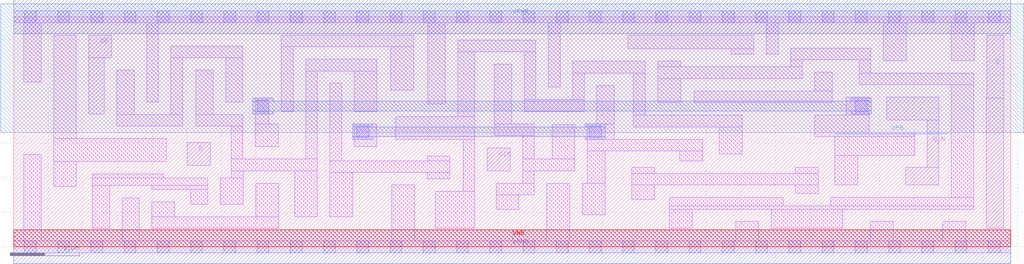
<source format=lef>
# Copyright 2020 The SkyWater PDK Authors
#
# Licensed under the Apache License, Version 2.0 (the "License");
# you may not use this file except in compliance with the License.
# You may obtain a copy of the License at
#
#     https://www.apache.org/licenses/LICENSE-2.0
#
# Unless required by applicable law or agreed to in writing, software
# distributed under the License is distributed on an "AS IS" BASIS,
# WITHOUT WARRANTIES OR CONDITIONS OF ANY KIND, either express or implied.
# See the License for the specific language governing permissions and
# limitations under the License.
#
# SPDX-License-Identifier: Apache-2.0

VERSION 5.7 ;
  NOWIREEXTENSIONATPIN ON ;
  DIVIDERCHAR "/" ;
  BUSBITCHARS "[]" ;
MACRO sky130_fd_sc_lp__edfxbp_1
  CLASS CORE ;
  FOREIGN sky130_fd_sc_lp__edfxbp_1 ;
  ORIGIN  0.000000  0.000000 ;
  SIZE  14.40000 BY  3.330000 ;
  SYMMETRY X Y R90 ;
  SITE unit ;
  PIN D
    ANTENNAGATEAREA  0.126000 ;
    DIRECTION INPUT ;
    USE SIGNAL ;
    PORT
      LAYER li1 ;
        RECT 2.505000 1.180000 2.835000 1.510000 ;
    END
  END D
  PIN DE
    ANTENNAGATEAREA  0.285000 ;
    DIRECTION INPUT ;
    USE SIGNAL ;
    PORT
      LAYER li1 ;
        RECT 1.085000 1.920000 1.310000 2.735000 ;
        RECT 1.085000 2.735000 1.415000 3.065000 ;
    END
  END DE
  PIN Q
    ANTENNADIFFAREA  0.571200 ;
    DIRECTION OUTPUT ;
    USE SIGNAL ;
    PORT
      LAYER li1 ;
        RECT 14.045000 0.265000 14.300000 2.150000 ;
        RECT 14.050000 2.150000 14.300000 3.065000 ;
    END
  END Q
  PIN Q_N
    ANTENNADIFFAREA  0.583800 ;
    DIRECTION OUTPUT ;
    USE SIGNAL ;
    PORT
      LAYER li1 ;
        RECT 12.605000 1.835000 13.360000 2.165000 ;
        RECT 12.880000 0.895000 13.360000 1.145000 ;
        RECT 13.190000 1.145000 13.360000 1.835000 ;
    END
  END Q_N
  PIN CLK
    ANTENNAGATEAREA  0.159000 ;
    DIRECTION INPUT ;
    USE CLOCK ;
    PORT
      LAYER li1 ;
        RECT 6.840000 1.100000 7.170000 1.430000 ;
    END
  END CLK
  PIN VGND
    DIRECTION INOUT ;
    USE GROUND ;
    PORT
      LAYER met1 ;
        RECT 0.000000 -0.245000 14.400000 0.245000 ;
    END
  END VGND
  PIN VNB
    DIRECTION INOUT ;
    USE GROUND ;
    PORT
      LAYER pwell ;
        RECT 0.000000 0.000000 14.400000 0.245000 ;
    END
  END VNB
  PIN VPB
    DIRECTION INOUT ;
    USE POWER ;
    PORT
      LAYER nwell ;
        RECT -0.190000 1.655000 14.590000 3.520000 ;
        RECT 11.875000 1.635000 13.475000 1.655000 ;
    END
  END VPB
  PIN VPWR
    DIRECTION INOUT ;
    USE POWER ;
    PORT
      LAYER met1 ;
        RECT 0.000000 3.085000 14.400000 3.575000 ;
    END
  END VPWR
  OBS
    LAYER li1 ;
      RECT  0.000000 -0.085000 14.400000 0.085000 ;
      RECT  0.000000  3.245000 14.400000 3.415000 ;
      RECT  0.145000  0.085000  0.395000 1.335000 ;
      RECT  0.145000  2.385000  0.395000 3.245000 ;
      RECT  0.575000  0.875000  0.905000 1.235000 ;
      RECT  0.575000  1.235000  2.200000 1.565000 ;
      RECT  0.575000  1.565000  0.905000 3.065000 ;
      RECT  1.135000  0.265000  1.385000 0.885000 ;
      RECT  1.135000  0.885000  2.805000 1.000000 ;
      RECT  1.135000  1.000000  2.165000 1.055000 ;
      RECT  1.490000  1.745000  2.440000 1.915000 ;
      RECT  1.490000  1.915000  1.740000 2.555000 ;
      RECT  1.565000  0.085000  1.815000 0.705000 ;
      RECT  1.920000  2.095000  2.090000 3.245000 ;
      RECT  1.995000  0.265000  3.825000 0.435000 ;
      RECT  1.995000  0.435000  2.325000 0.650000 ;
      RECT  1.995000  0.830000  2.805000 0.885000 ;
      RECT  2.270000  1.915000  2.440000 2.735000 ;
      RECT  2.270000  2.735000  3.310000 2.905000 ;
      RECT  2.555000  0.615000  2.805000 0.830000 ;
      RECT  2.630000  1.745000  3.310000 1.915000 ;
      RECT  2.630000  1.915000  2.880000 2.555000 ;
      RECT  2.985000  0.615000  3.315000 1.000000 ;
      RECT  3.060000  2.095000  3.310000 2.735000 ;
      RECT  3.140000  1.000000  3.315000 1.100000 ;
      RECT  3.140000  1.100000  4.385000 1.270000 ;
      RECT  3.140000  1.270000  3.310000 1.745000 ;
      RECT  3.490000  1.450000  3.820000 1.780000 ;
      RECT  3.490000  1.780000  3.685000 2.150000 ;
      RECT  3.495000  0.435000  3.825000 0.920000 ;
      RECT  3.865000  1.960000  4.035000 2.895000 ;
      RECT  3.865000  2.895000  5.775000 3.065000 ;
      RECT  4.055000  0.435000  4.385000 1.100000 ;
      RECT  4.215000  1.270000  4.385000 2.545000 ;
      RECT  4.215000  2.545000  5.245000 2.715000 ;
      RECT  4.565000  0.435000  4.895000 1.075000 ;
      RECT  4.565000  1.075000  6.300000 1.245000 ;
      RECT  4.565000  1.245000  4.735000 2.365000 ;
      RECT  4.915000  1.450000  5.245000 1.780000 ;
      RECT  4.915000  1.960000  5.245000 2.545000 ;
      RECT  5.445000  2.265000  5.775000 2.895000 ;
      RECT  5.460000  0.085000  5.790000 0.895000 ;
      RECT  5.520000  1.555000  6.660000 1.885000 ;
      RECT  5.970000  0.985000  6.300000 1.075000 ;
      RECT  5.970000  1.245000  6.300000 1.315000 ;
      RECT  5.980000  2.065000  6.230000 3.245000 ;
      RECT  6.085000  0.265000  6.660000 0.805000 ;
      RECT  6.410000  1.885000  6.660000 2.820000 ;
      RECT  6.410000  2.820000  7.540000 2.990000 ;
      RECT  6.490000  0.805000  6.660000 1.555000 ;
      RECT  6.940000  1.610000  7.520000 1.780000 ;
      RECT  6.940000  1.780000  7.190000 2.640000 ;
      RECT  6.965000  0.540000  7.295000 0.750000 ;
      RECT  6.965000  0.750000  7.520000 0.920000 ;
      RECT  7.350000  0.920000  7.520000 1.100000 ;
      RECT  7.350000  1.100000  8.105000 1.270000 ;
      RECT  7.350000  1.270000  7.520000 1.610000 ;
      RECT  7.370000  1.960000  8.240000 2.130000 ;
      RECT  7.370000  2.130000  7.540000 2.820000 ;
      RECT  7.700000  0.085000  8.030000 0.920000 ;
      RECT  7.720000  2.310000  7.890000 3.245000 ;
      RECT  7.775000  1.270000  8.105000 1.770000 ;
      RECT  8.070000  2.130000  8.240000 2.515000 ;
      RECT  8.070000  2.515000  9.120000 2.685000 ;
      RECT  8.210000  0.460000  8.540000 0.920000 ;
      RECT  8.285000  0.920000  8.540000 1.385000 ;
      RECT  8.285000  1.385000  9.950000 1.555000 ;
      RECT  8.285000  1.555000  8.670000 1.780000 ;
      RECT  8.420000  1.780000  8.670000 2.335000 ;
      RECT  8.870000  2.865000 10.690000 3.065000 ;
      RECT  8.925000  0.685000  9.255000 0.895000 ;
      RECT  8.925000  0.895000 11.620000 1.065000 ;
      RECT  8.925000  1.065000  9.255000 1.145000 ;
      RECT  8.950000  1.735000 10.520000 1.905000 ;
      RECT  8.950000  1.905000  9.120000 2.515000 ;
      RECT  9.300000  2.085000  9.630000 2.435000 ;
      RECT  9.300000  2.435000 11.390000 2.605000 ;
      RECT  9.300000  2.605000  9.630000 2.685000 ;
      RECT  9.470000  0.265000  9.800000 0.545000 ;
      RECT  9.470000  0.545000 13.865000 0.595000 ;
      RECT  9.470000  0.595000 11.110000 0.715000 ;
      RECT  9.620000  1.245000  9.950000 1.385000 ;
      RECT  9.830000  2.085000 11.820000 2.255000 ;
      RECT 10.190000  1.345000 10.520000 1.735000 ;
      RECT 10.360000  2.785000 10.690000 2.865000 ;
      RECT 10.430000  0.085000 10.760000 0.365000 ;
      RECT 10.870000  2.785000 11.040000 3.245000 ;
      RECT 10.940000  0.265000 11.970000 0.545000 ;
      RECT 11.220000  2.605000 11.390000 2.705000 ;
      RECT 11.220000  2.705000 12.380000 2.875000 ;
      RECT 11.290000  0.775000 11.620000 0.895000 ;
      RECT 11.290000  1.065000 11.620000 1.145000 ;
      RECT 11.565000  1.595000 13.010000 1.655000 ;
      RECT 11.565000  1.655000 12.355000 1.905000 ;
      RECT 11.570000  2.255000 11.820000 2.525000 ;
      RECT 11.800000  0.595000 13.865000 0.715000 ;
      RECT 11.860000  0.895000 12.190000 1.325000 ;
      RECT 11.860000  1.325000 13.010000 1.595000 ;
      RECT 12.020000  1.905000 12.355000 2.165000 ;
      RECT 12.210000  2.345000 13.865000 2.515000 ;
      RECT 12.210000  2.515000 12.380000 2.705000 ;
      RECT 12.370000  0.085000 12.700000 0.365000 ;
      RECT 12.560000  2.695000 12.890000 3.245000 ;
      RECT 13.420000  0.085000 13.750000 0.365000 ;
      RECT 13.540000  0.715000 13.865000 2.345000 ;
      RECT 13.540000  2.695000 13.870000 3.245000 ;
    LAYER mcon ;
      RECT  0.155000 -0.085000  0.325000 0.085000 ;
      RECT  0.155000  3.245000  0.325000 3.415000 ;
      RECT  0.635000 -0.085000  0.805000 0.085000 ;
      RECT  0.635000  3.245000  0.805000 3.415000 ;
      RECT  1.115000 -0.085000  1.285000 0.085000 ;
      RECT  1.115000  3.245000  1.285000 3.415000 ;
      RECT  1.595000 -0.085000  1.765000 0.085000 ;
      RECT  1.595000  3.245000  1.765000 3.415000 ;
      RECT  2.075000 -0.085000  2.245000 0.085000 ;
      RECT  2.075000  3.245000  2.245000 3.415000 ;
      RECT  2.555000 -0.085000  2.725000 0.085000 ;
      RECT  2.555000  3.245000  2.725000 3.415000 ;
      RECT  3.035000 -0.085000  3.205000 0.085000 ;
      RECT  3.035000  3.245000  3.205000 3.415000 ;
      RECT  3.515000 -0.085000  3.685000 0.085000 ;
      RECT  3.515000  1.950000  3.685000 2.120000 ;
      RECT  3.515000  3.245000  3.685000 3.415000 ;
      RECT  3.995000 -0.085000  4.165000 0.085000 ;
      RECT  3.995000  3.245000  4.165000 3.415000 ;
      RECT  4.475000 -0.085000  4.645000 0.085000 ;
      RECT  4.475000  3.245000  4.645000 3.415000 ;
      RECT  4.955000 -0.085000  5.125000 0.085000 ;
      RECT  4.955000  1.580000  5.125000 1.750000 ;
      RECT  4.955000  3.245000  5.125000 3.415000 ;
      RECT  5.435000 -0.085000  5.605000 0.085000 ;
      RECT  5.435000  3.245000  5.605000 3.415000 ;
      RECT  5.915000 -0.085000  6.085000 0.085000 ;
      RECT  5.915000  3.245000  6.085000 3.415000 ;
      RECT  6.395000 -0.085000  6.565000 0.085000 ;
      RECT  6.395000  3.245000  6.565000 3.415000 ;
      RECT  6.875000 -0.085000  7.045000 0.085000 ;
      RECT  6.875000  3.245000  7.045000 3.415000 ;
      RECT  7.355000 -0.085000  7.525000 0.085000 ;
      RECT  7.355000  3.245000  7.525000 3.415000 ;
      RECT  7.835000 -0.085000  8.005000 0.085000 ;
      RECT  7.835000  3.245000  8.005000 3.415000 ;
      RECT  8.315000 -0.085000  8.485000 0.085000 ;
      RECT  8.315000  1.580000  8.485000 1.750000 ;
      RECT  8.315000  3.245000  8.485000 3.415000 ;
      RECT  8.795000 -0.085000  8.965000 0.085000 ;
      RECT  8.795000  3.245000  8.965000 3.415000 ;
      RECT  9.275000 -0.085000  9.445000 0.085000 ;
      RECT  9.275000  3.245000  9.445000 3.415000 ;
      RECT  9.755000 -0.085000  9.925000 0.085000 ;
      RECT  9.755000  3.245000  9.925000 3.415000 ;
      RECT 10.235000 -0.085000 10.405000 0.085000 ;
      RECT 10.235000  3.245000 10.405000 3.415000 ;
      RECT 10.715000 -0.085000 10.885000 0.085000 ;
      RECT 10.715000  3.245000 10.885000 3.415000 ;
      RECT 11.195000 -0.085000 11.365000 0.085000 ;
      RECT 11.195000  3.245000 11.365000 3.415000 ;
      RECT 11.675000 -0.085000 11.845000 0.085000 ;
      RECT 11.675000  3.245000 11.845000 3.415000 ;
      RECT 12.155000 -0.085000 12.325000 0.085000 ;
      RECT 12.155000  1.950000 12.325000 2.120000 ;
      RECT 12.155000  3.245000 12.325000 3.415000 ;
      RECT 12.635000 -0.085000 12.805000 0.085000 ;
      RECT 12.635000  3.245000 12.805000 3.415000 ;
      RECT 13.115000 -0.085000 13.285000 0.085000 ;
      RECT 13.115000  3.245000 13.285000 3.415000 ;
      RECT 13.595000 -0.085000 13.765000 0.085000 ;
      RECT 13.595000  3.245000 13.765000 3.415000 ;
      RECT 14.075000 -0.085000 14.245000 0.085000 ;
      RECT 14.075000  3.245000 14.245000 3.415000 ;
    LAYER met1 ;
      RECT  3.455000 1.920000  3.745000 1.965000 ;
      RECT  3.455000 1.965000 12.385000 2.105000 ;
      RECT  3.455000 2.105000  3.745000 2.150000 ;
      RECT  4.895000 1.550000  5.185000 1.595000 ;
      RECT  4.895000 1.595000  8.545000 1.735000 ;
      RECT  4.895000 1.735000  5.185000 1.780000 ;
      RECT  8.255000 1.550000  8.545000 1.595000 ;
      RECT  8.255000 1.735000  8.545000 1.780000 ;
      RECT 12.095000 1.920000 12.385000 1.965000 ;
      RECT 12.095000 2.105000 12.385000 2.150000 ;
  END
END sky130_fd_sc_lp__edfxbp_1
END LIBRARY

</source>
